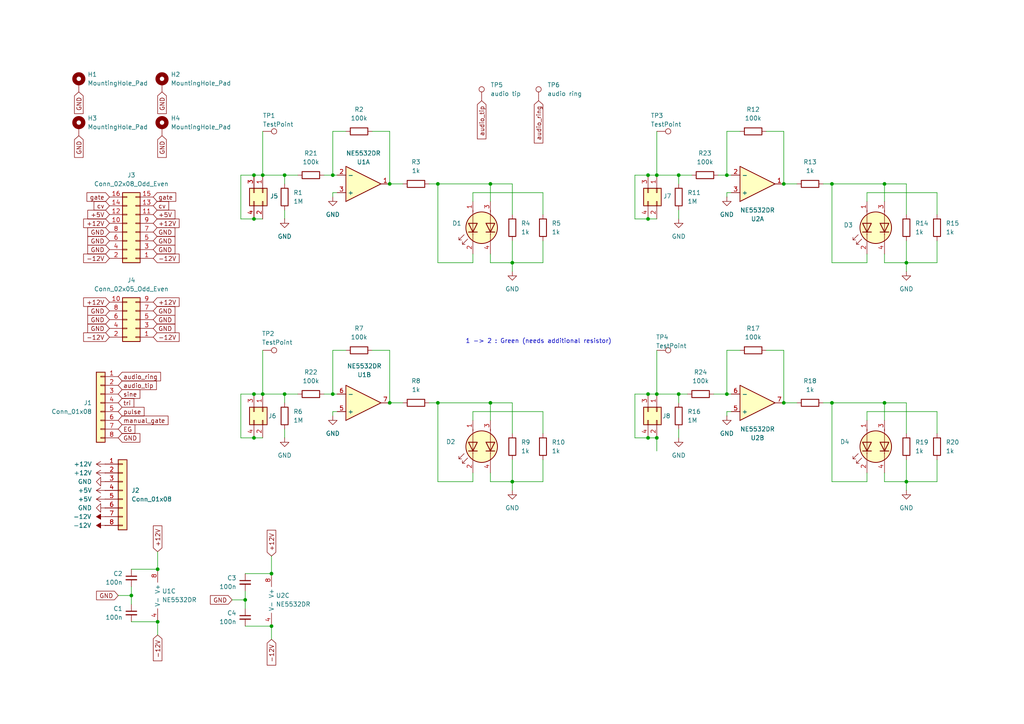
<source format=kicad_sch>
(kicad_sch (version 20231120) (generator "eeschema") (generator_version "8.0")
  (paper "A4")
  (title_block (title "Robal") (date "2025-01-05") (rev "A") (company "https://github.com/nietaki") (comment 1 "debugging extension board"))
  (lib_symbols
    (symbol "Connector:TestPoint" (pin_numbers hide) (pin_names (offset 0.762) hide)
      (property "Reference" "TP" (at 0 6.858 0))
      (property "Value" "TestPoint" (at 0 5.08 0))
      (symbol "TestPoint_1_1"
        (pin passive line (at 0 0 90) (length 2.54) (name "1") (number "1"))
      )
    )
    (symbol "Connector_Generic:Conn_01x08" (pin_names (offset 1.016) hide)
      (property "Reference" "J" (at 0 10.16 0))
      (property "Value" "Conn_01x08" (at 0 -12.7 0))
      (symbol "Conn_01x08_1_1"
        (pin passive line (at -5.08 7.62 0) (length 3.81) (name "Pin_1") (number "1"))
        (pin passive line (at -5.08 5.08 0) (length 3.81) (name "Pin_2") (number "2"))
        (pin passive line (at -5.08 2.54 0) (length 3.81) (name "Pin_3") (number "3"))
        (pin passive line (at -5.08 0 0) (length 3.81) (name "Pin_4") (number "4"))
        (pin passive line (at -5.08 -2.54 0) (length 3.81) (name "Pin_5") (number "5"))
        (pin passive line (at -5.08 -5.08 0) (length 3.81) (name "Pin_6") (number "6"))
        (pin passive line (at -5.08 -7.62 0) (length 3.81) (name "Pin_7") (number "7"))
        (pin passive line (at -5.08 -10.16 0) (length 3.81) (name "Pin_8") (number "8"))
      )
    )
    (symbol "Connector_Generic:Conn_02x02_Odd_Even" (pin_names (offset 1.016) hide)
      (property "Reference" "J" (at 1.27 2.54 0))
      (property "Value" "Conn_02x02_Odd_Even" (at 1.27 -5.08 0))
      (symbol "Conn_02x02_Odd_Even_1_1"
        (pin passive line (at -5.08 0 0) (length 3.81) (name "Pin_1") (number "1"))
        (pin passive line (at 7.62 0 180) (length 3.81) (name "Pin_2") (number "2"))
        (pin passive line (at -5.08 -2.54 0) (length 3.81) (name "Pin_3") (number "3"))
        (pin passive line (at 7.62 -2.54 180) (length 3.81) (name "Pin_4") (number "4"))
      )
    )
    (symbol "Connector_Generic:Conn_02x05_Odd_Even" (pin_names (offset 1.016) hide)
      (property "Reference" "J" (at 1.27 7.62 0))
      (property "Value" "Conn_02x05_Odd_Even" (at 1.27 -7.62 0))
      (symbol "Conn_02x05_Odd_Even_1_1"
        (pin passive line (at -5.08 5.08 0) (length 3.81) (name "Pin_1") (number "1"))
        (pin passive line (at 7.62 -5.08 180) (length 3.81) (name "Pin_10") (number "10"))
        (pin passive line (at 7.62 5.08 180) (length 3.81) (name "Pin_2") (number "2"))
        (pin passive line (at -5.08 2.54 0) (length 3.81) (name "Pin_3") (number "3"))
        (pin passive line (at 7.62 2.54 180) (length 3.81) (name "Pin_4") (number "4"))
        (pin passive line (at -5.08 0 0) (length 3.81) (name "Pin_5") (number "5"))
        (pin passive line (at 7.62 0 180) (length 3.81) (name "Pin_6") (number "6"))
        (pin passive line (at -5.08 -2.54 0) (length 3.81) (name "Pin_7") (number "7"))
        (pin passive line (at 7.62 -2.54 180) (length 3.81) (name "Pin_8") (number "8"))
        (pin passive line (at -5.08 -5.08 0) (length 3.81) (name "Pin_9") (number "9"))
      )
    )
    (symbol "Connector_Generic:Conn_02x08_Odd_Even" (pin_names (offset 1.016) hide)
      (property "Reference" "J" (at 1.27 10.16 0))
      (property "Value" "Conn_02x08_Odd_Even" (at 1.27 -12.7 0))
      (symbol "Conn_02x08_Odd_Even_1_1"
        (pin passive line (at -5.08 7.62 0) (length 3.81) (name "Pin_1") (number "1"))
        (pin passive line (at 7.62 -2.54 180) (length 3.81) (name "Pin_10") (number "10"))
        (pin passive line (at -5.08 -5.08 0) (length 3.81) (name "Pin_11") (number "11"))
        (pin passive line (at 7.62 -5.08 180) (length 3.81) (name "Pin_12") (number "12"))
        (pin passive line (at -5.08 -7.62 0) (length 3.81) (name "Pin_13") (number "13"))
        (pin passive line (at 7.62 -7.62 180) (length 3.81) (name "Pin_14") (number "14"))
        (pin passive line (at -5.08 -10.16 0) (length 3.81) (name "Pin_15") (number "15"))
        (pin passive line (at 7.62 -10.16 180) (length 3.81) (name "Pin_16") (number "16"))
        (pin passive line (at 7.62 7.62 180) (length 3.81) (name "Pin_2") (number "2"))
        (pin passive line (at -5.08 5.08 0) (length 3.81) (name "Pin_3") (number "3"))
        (pin passive line (at 7.62 5.08 180) (length 3.81) (name "Pin_4") (number "4"))
        (pin passive line (at -5.08 2.54 0) (length 3.81) (name "Pin_5") (number "5"))
        (pin passive line (at 7.62 2.54 180) (length 3.81) (name "Pin_6") (number "6"))
        (pin passive line (at -5.08 0 0) (length 3.81) (name "Pin_7") (number "7"))
        (pin passive line (at 7.62 0 180) (length 3.81) (name "Pin_8") (number "8"))
        (pin passive line (at -5.08 -2.54 0) (length 3.81) (name "Pin_9") (number "9"))
      )
    )
    (symbol "Device:C_Small" (pin_numbers hide) (pin_names (offset 0.254) hide)
      (property "Reference" "C" (at 0.254 1.778 0))
      (property "Value" "C_Small" (at 0.254 -2.032 0))
      (symbol "C_Small_1_1"
        (pin passive line (at 0 2.54 270) (length 2.032) (name "~") (number "1"))
        (pin passive line (at 0 -2.54 90) (length 2.032) (name "~") (number "2"))
      )
    )
    (symbol "Device:LED_Dual_AKAK" (pin_names (offset 0) hide)
      (property "Reference" "D" (at 0 5.715 0))
      (property "Value" "LED_Dual_AKAK" (at 0 -6.35 0))
      (symbol "LED_Dual_AKAK_1_1"
        (pin input line (at -7.62 2.54 0) (length 3.048) (name "A1") (number "1"))
        (pin input line (at 7.62 2.54 180) (length 3.81) (name "K1") (number "2"))
        (pin input line (at -7.62 -2.54 0) (length 3.048) (name "A2") (number "3"))
        (pin input line (at 7.62 -2.54 180) (length 3.81) (name "K2") (number "4"))
      )
    )
    (symbol "Device:Opamp_Dual"
      (property "Reference" "U" (at 0 5.08 0))
      (property "Value" "Opamp_Dual" (at 0 -5.08 0))
      (symbol "Opamp_Dual_1_1"
        (pin output line (at 7.62 0 180) (length 2.54) (name "~") (number "1"))
        (pin input line (at -7.62 -2.54 0) (length 2.54) (name "-") (number "2"))
        (pin input line (at -7.62 2.54 0) (length 2.54) (name "+") (number "3"))
      )
      (symbol "Opamp_Dual_2_1"
        (pin input line (at -7.62 2.54 0) (length 2.54) (name "+") (number "5"))
        (pin input line (at -7.62 -2.54 0) (length 2.54) (name "-") (number "6"))
        (pin output line (at 7.62 0 180) (length 2.54) (name "~") (number "7"))
      )
      (symbol "Opamp_Dual_3_1"
        (pin power_in line (at -2.54 -7.62 90) (length 3.81) (name "V-") (number "4"))
        (pin power_in line (at -2.54 7.62 270) (length 3.81) (name "V+") (number "8"))
      )
    )
    (symbol "Device:R" (pin_numbers hide) (pin_names (offset 0))
      (property "Reference" "R" (at 2.032 0 90))
      (property "Value" "R" (at 0 0 90))
      (symbol "R_1_1"
        (pin passive line (at 0 3.81 270) (length 1.27) (name "~") (number "1"))
        (pin passive line (at 0 -3.81 90) (length 1.27) (name "~") (number "2"))
      )
    )
    (symbol "Mechanical:MountingHole_Pad" (pin_numbers hide) (pin_names (offset 1.016) hide) (exclude_from_sim yes) (in_bom no)
      (property "Reference" "H" (at 0 6.35 0))
      (property "Value" "MountingHole_Pad" (at 0 4.445 0))
      (symbol "MountingHole_Pad_1_1"
        (pin input line (at 0 -2.54 90) (length 2.54) (name "1") (number "1"))
      )
    )
    (symbol "power:+12V" (power) (pin_numbers hide) (pin_names (offset 0) hide)
      (property "Value" "+12V" (at 0 3.556 0))
      (symbol "+12V_1_1"
        (pin power_in line (at 0 0 90) (length 0) (name "~") (number "1"))
      )
    )
    (symbol "power:+5V" (power) (pin_numbers hide) (pin_names (offset 0) hide)
      (property "Value" "+5V" (at 0 3.556 0))
      (symbol "+5V_1_1"
        (pin power_in line (at 0 0 90) (length 0) (name "~") (number "1"))
      )
    )
    (symbol "power:-12V" (power) (pin_numbers hide) (pin_names (offset 0) hide)
      (property "Value" "-12V" (at 0 3.556 0))
      (symbol "-12V_0_0"
        (pin power_in line (at 0 0 90) (length 0) (name "~") (number "1"))
      )
    )
    (symbol "power:GND" (power) (pin_numbers hide) (pin_names (offset 0) hide)
      (property "Value" "GND" (at 0 -3.81 0))
      (symbol "GND_1_1"
        (pin power_in line (at 0 0 270) (length 0) (name "~") (number "1"))
      )
    )
  )
  (junction (at 241.3 116.84))
  (junction (at 78.74 166.37))
  (junction (at 262.89 76.2))
  (junction (at 45.72 180.34))
  (junction (at 227.33 116.84))
  (junction (at 210.82 114.3))
  (junction (at 187.96 114.3))
  (junction (at 241.3 53.34))
  (junction (at 82.55 50.8))
  (junction (at 256.54 53.34))
  (junction (at 227.33 53.34))
  (junction (at 71.12 173.99))
  (junction (at 127 53.34))
  (junction (at 210.82 50.8))
  (junction (at 96.52 114.3))
  (junction (at 262.89 139.7))
  (junction (at 78.74 181.61))
  (junction (at 196.85 114.3))
  (junction (at 73.66 127))
  (junction (at 38.1 172.72))
  (junction (at 45.72 165.1))
  (junction (at 113.03 116.84))
  (junction (at 73.66 63.5))
  (junction (at 73.66 114.3))
  (junction (at 187.96 50.8))
  (junction (at 142.24 116.84))
  (junction (at 256.54 116.84))
  (junction (at 82.55 114.3))
  (junction (at 190.5 50.8))
  (junction (at 73.66 50.8))
  (junction (at 190.5 114.3))
  (junction (at 127 116.84))
  (junction (at 190.5 127))
  (junction (at 76.2 50.8))
  (junction (at 148.59 76.2))
  (junction (at 76.2 114.3))
  (junction (at 142.24 53.34))
  (junction (at 187.96 63.5))
  (junction (at 96.52 50.8))
  (junction (at 196.85 50.8))
  (junction (at 148.59 139.7))
  (junction (at 113.03 53.34))
  (junction (at 187.96 127))
  (wire (pts (xy 190.5 101.6) (xy 190.5 114.3)))
  (wire (pts (xy 137.16 55.88) (xy 157.48 55.88)))
  (wire (pts (xy 82.55 50.8) (xy 86.36 50.8)))
  (wire (pts (xy 222.25 38.1) (xy 227.33 38.1)))
  (wire (pts (xy 241.3 53.34) (xy 241.3 76.2)))
  (wire (pts (xy 137.16 76.2) (xy 137.16 73.66)))
  (wire (pts (xy 142.24 73.66) (xy 142.24 76.2)))
  (wire (pts (xy 96.52 50.8) (xy 97.79 50.8)))
  (wire (pts (xy 157.48 133.35) (xy 157.48 139.7)))
  (wire (pts (xy 190.5 127) (xy 190.5 130.81)))
  (wire (pts (xy 256.54 116.84) (xy 262.89 116.84)))
  (wire (pts (xy 82.55 50.8) (xy 82.55 53.34)))
  (wire (pts (xy 148.59 76.2) (xy 157.48 76.2)))
  (wire (pts (xy 271.78 55.88) (xy 271.78 62.23)))
  (wire (pts (xy 271.78 133.35) (xy 271.78 139.7)))
  (wire (pts (xy 78.74 161.29) (xy 78.74 166.37)))
  (wire (pts (xy 148.59 69.85) (xy 148.59 76.2)))
  (wire (pts (xy 142.24 116.84) (xy 148.59 116.84)))
  (wire (pts (xy 38.1 175.26) (xy 38.1 172.72)))
  (wire (pts (xy 127 53.34) (xy 142.24 53.34)))
  (wire (pts (xy 262.89 53.34) (xy 262.89 62.23)))
  (wire (pts (xy 82.55 114.3) (xy 82.55 116.84)))
  (wire (pts (xy 71.12 176.53) (xy 71.12 173.99)))
  (wire (pts (xy 262.89 69.85) (xy 262.89 76.2)))
  (wire (pts (xy 157.48 69.85) (xy 157.48 76.2)))
  (wire (pts (xy 142.24 139.7) (xy 148.59 139.7)))
  (wire (pts (xy 69.85 50.8) (xy 69.85 63.5)))
  (wire (pts (xy 97.79 55.88) (xy 96.52 55.88)))
  (wire (pts (xy 241.3 116.84) (xy 241.3 139.7)))
  (wire (pts (xy 187.96 114.3) (xy 184.15 114.3)))
  (wire (pts (xy 76.2 101.6) (xy 76.2 114.3)))
  (wire (pts (xy 97.79 119.38) (xy 96.52 119.38)))
  (wire (pts (xy 45.72 180.34) (xy 45.72 184.15)))
  (wire (pts (xy 256.54 76.2) (xy 262.89 76.2)))
  (wire (pts (xy 227.33 53.34) (xy 227.33 38.1)))
  (wire (pts (xy 73.66 63.5) (xy 69.85 63.5)))
  (wire (pts (xy 190.5 114.3) (xy 196.85 114.3)))
  (wire (pts (xy 127 53.34) (xy 127 76.2)))
  (wire (pts (xy 262.89 76.2) (xy 262.89 78.74)))
  (wire (pts (xy 190.5 50.8) (xy 196.85 50.8)))
  (wire (pts (xy 241.3 76.2) (xy 251.46 76.2)))
  (wire (pts (xy 262.89 139.7) (xy 262.89 142.24)))
  (wire (pts (xy 96.52 114.3) (xy 97.79 114.3)))
  (wire (pts (xy 96.52 101.6) (xy 96.52 114.3)))
  (wire (pts (xy 38.1 165.1) (xy 45.72 165.1)))
  (wire (pts (xy 71.12 171.45) (xy 71.12 173.99)))
  (wire (pts (xy 113.03 53.34) (xy 113.03 38.1)))
  (wire (pts (xy 210.82 101.6) (xy 210.82 114.3)))
  (wire (pts (xy 148.59 139.7) (xy 157.48 139.7)))
  (wire (pts (xy 222.25 101.6) (xy 227.33 101.6)))
  (wire (pts (xy 207.01 114.3) (xy 210.82 114.3)))
  (wire (pts (xy 127 116.84) (xy 127 139.7)))
  (wire (pts (xy 71.12 181.61) (xy 78.74 181.61)))
  (wire (pts (xy 148.59 76.2) (xy 148.59 78.74)))
  (wire (pts (xy 196.85 114.3) (xy 196.85 116.84)))
  (wire (pts (xy 208.28 50.8) (xy 210.82 50.8)))
  (wire (pts (xy 262.89 116.84) (xy 262.89 125.73)))
  (wire (pts (xy 113.03 116.84) (xy 113.03 101.6)))
  (wire (pts (xy 69.85 114.3) (xy 69.85 127)))
  (wire (pts (xy 251.46 55.88) (xy 271.78 55.88)))
  (wire (pts (xy 196.85 114.3) (xy 199.39 114.3)))
  (wire (pts (xy 210.82 38.1) (xy 210.82 50.8)))
  (wire (pts (xy 187.96 50.8) (xy 184.15 50.8)))
  (wire (pts (xy 73.66 127) (xy 69.85 127)))
  (wire (pts (xy 187.96 114.3) (xy 190.5 114.3)))
  (wire (pts (xy 76.2 38.1) (xy 76.2 50.8)))
  (wire (pts (xy 76.2 63.5) (xy 73.66 63.5)))
  (wire (pts (xy 271.78 119.38) (xy 271.78 125.73)))
  (wire (pts (xy 137.16 121.92) (xy 137.16 119.38)))
  (wire (pts (xy 241.3 139.7) (xy 251.46 139.7)))
  (wire (pts (xy 212.09 55.88) (xy 210.82 55.88)))
  (wire (pts (xy 142.24 137.16) (xy 142.24 139.7)))
  (wire (pts (xy 212.09 119.38) (xy 210.82 119.38)))
  (wire (pts (xy 148.59 133.35) (xy 148.59 139.7)))
  (wire (pts (xy 256.54 53.34) (xy 262.89 53.34)))
  (wire (pts (xy 142.24 76.2) (xy 148.59 76.2)))
  (wire (pts (xy 137.16 119.38) (xy 157.48 119.38)))
  (wire (pts (xy 227.33 116.84) (xy 231.14 116.84)))
  (wire (pts (xy 214.63 101.6) (xy 210.82 101.6)))
  (wire (pts (xy 227.33 53.34) (xy 231.14 53.34)))
  (wire (pts (xy 210.82 50.8) (xy 212.09 50.8)))
  (wire (pts (xy 187.96 127) (xy 190.5 127)))
  (wire (pts (xy 96.52 38.1) (xy 96.52 50.8)))
  (wire (pts (xy 251.46 58.42) (xy 251.46 55.88)))
  (wire (pts (xy 148.59 139.7) (xy 148.59 142.24)))
  (wire (pts (xy 76.2 114.3) (xy 73.66 114.3)))
  (wire (pts (xy 238.76 53.34) (xy 241.3 53.34)))
  (wire (pts (xy 214.63 38.1) (xy 210.82 38.1)))
  (wire (pts (xy 251.46 76.2) (xy 251.46 73.66)))
  (wire (pts (xy 271.78 69.85) (xy 271.78 76.2)))
  (wire (pts (xy 124.46 53.34) (xy 127 53.34)))
  (wire (pts (xy 142.24 116.84) (xy 142.24 121.92)))
  (wire (pts (xy 76.2 50.8) (xy 73.66 50.8)))
  (wire (pts (xy 190.5 38.1) (xy 190.5 50.8)))
  (wire (pts (xy 93.98 114.3) (xy 96.52 114.3)))
  (wire (pts (xy 107.95 101.6) (xy 113.03 101.6)))
  (wire (pts (xy 256.54 137.16) (xy 256.54 139.7)))
  (wire (pts (xy 196.85 60.96) (xy 196.85 63.5)))
  (wire (pts (xy 142.24 53.34) (xy 142.24 58.42)))
  (wire (pts (xy 73.66 50.8) (xy 69.85 50.8)))
  (wire (pts (xy 45.72 160.02) (xy 45.72 165.1)))
  (wire (pts (xy 210.82 119.38) (xy 210.82 120.65)))
  (wire (pts (xy 184.15 50.8) (xy 184.15 63.5)))
  (wire (pts (xy 142.24 53.34) (xy 148.59 53.34)))
  (wire (pts (xy 82.55 60.96) (xy 82.55 63.5)))
  (wire (pts (xy 190.5 63.5) (xy 187.96 63.5)))
  (wire (pts (xy 196.85 50.8) (xy 196.85 53.34)))
  (wire (pts (xy 113.03 53.34) (xy 116.84 53.34)))
  (wire (pts (xy 262.89 76.2) (xy 271.78 76.2)))
  (wire (pts (xy 76.2 50.8) (xy 82.55 50.8)))
  (wire (pts (xy 184.15 114.3) (xy 184.15 127)))
  (wire (pts (xy 78.74 181.61) (xy 78.74 185.42)))
  (wire (pts (xy 71.12 166.37) (xy 78.74 166.37)))
  (wire (pts (xy 157.48 55.88) (xy 157.48 62.23)))
  (wire (pts (xy 137.16 139.7) (xy 137.16 137.16)))
  (wire (pts (xy 262.89 133.35) (xy 262.89 139.7)))
  (wire (pts (xy 251.46 121.92) (xy 251.46 119.38)))
  (wire (pts (xy 148.59 53.34) (xy 148.59 62.23)))
  (wire (pts (xy 256.54 73.66) (xy 256.54 76.2)))
  (wire (pts (xy 137.16 58.42) (xy 137.16 55.88)))
  (wire (pts (xy 93.98 50.8) (xy 96.52 50.8)))
  (wire (pts (xy 241.3 116.84) (xy 256.54 116.84)))
  (wire (pts (xy 251.46 119.38) (xy 271.78 119.38)))
  (wire (pts (xy 210.82 114.3) (xy 212.09 114.3)))
  (wire (pts (xy 124.46 116.84) (xy 127 116.84)))
  (wire (pts (xy 76.2 127) (xy 73.66 127)))
  (wire (pts (xy 34.29 172.72) (xy 38.1 172.72)))
  (wire (pts (xy 256.54 139.7) (xy 262.89 139.7)))
  (wire (pts (xy 196.85 124.46) (xy 196.85 127)))
  (wire (pts (xy 256.54 116.84) (xy 256.54 121.92)))
  (wire (pts (xy 256.54 53.34) (xy 256.54 58.42)))
  (wire (pts (xy 96.52 119.38) (xy 96.52 120.65)))
  (wire (pts (xy 127 116.84) (xy 142.24 116.84)))
  (wire (pts (xy 38.1 180.34) (xy 45.72 180.34)))
  (wire (pts (xy 262.89 139.7) (xy 271.78 139.7)))
  (wire (pts (xy 107.95 38.1) (xy 113.03 38.1)))
  (wire (pts (xy 187.96 127) (xy 184.15 127)))
  (wire (pts (xy 157.48 119.38) (xy 157.48 125.73)))
  (wire (pts (xy 241.3 53.34) (xy 256.54 53.34)))
  (wire (pts (xy 96.52 55.88) (xy 96.52 57.15)))
  (wire (pts (xy 190.5 50.8) (xy 187.96 50.8)))
  (wire (pts (xy 100.33 38.1) (xy 96.52 38.1)))
  (wire (pts (xy 227.33 116.84) (xy 227.33 101.6)))
  (wire (pts (xy 127 76.2) (xy 137.16 76.2)))
  (wire (pts (xy 82.55 114.3) (xy 86.36 114.3)))
  (wire (pts (xy 76.2 114.3) (xy 82.55 114.3)))
  (wire (pts (xy 187.96 63.5) (xy 184.15 63.5)))
  (wire (pts (xy 113.03 116.84) (xy 116.84 116.84)))
  (wire (pts (xy 100.33 101.6) (xy 96.52 101.6)))
  (wire (pts (xy 73.66 114.3) (xy 69.85 114.3)))
  (wire (pts (xy 148.59 116.84) (xy 148.59 125.73)))
  (wire (pts (xy 196.85 50.8) (xy 200.66 50.8)))
  (wire (pts (xy 238.76 116.84) (xy 241.3 116.84)))
  (wire (pts (xy 210.82 55.88) (xy 210.82 57.15)))
  (wire (pts (xy 82.55 124.46) (xy 82.55 127)))
  (wire (pts (xy 251.46 139.7) (xy 251.46 137.16)))
  (wire (pts (xy 127 139.7) (xy 137.16 139.7)))
  (wire (pts (xy 38.1 170.18) (xy 38.1 172.72)))
  (wire (pts (xy 67.31 173.99) (xy 71.12 173.99)))
  (text "1 -> 2 : Green (needs additional resistor)" (at 156.21 99.06 0) (effects (font (size 1.27 1.27))))
  (global_label "GND" (shape input) (at 46.99 26.67 270) (property "Intersheetrefs" "${INTERSHEET_REFS}" (effects (hide yes))))
  (global_label "-12V" (shape input) (at 44.45 97.79 0) (property "Intersheetrefs" "${INTERSHEET_REFS}" (effects (hide yes))))
  (global_label "gate" (shape input) (at 31.75 57.15 180) (property "Intersheetrefs" "${INTERSHEET_REFS}" (effects (hide yes))))
  (global_label "GND" (shape input) (at 34.29 127 0) (property "Intersheetrefs" "${INTERSHEET_REFS}" (effects (hide yes))))
  (global_label "GND" (shape input) (at 22.86 26.67 270) (property "Intersheetrefs" "${INTERSHEET_REFS}" (effects (hide yes))))
  (global_label "GND" (shape input) (at 31.75 72.39 180) (property "Intersheetrefs" "${INTERSHEET_REFS}" (effects (hide yes))))
  (global_label "audio_tip" (shape input) (at 34.29 111.76 0) (property "Intersheetrefs" "${INTERSHEET_REFS}" (effects (hide yes))))
  (global_label "GND" (shape input) (at 44.45 67.31 0) (property "Intersheetrefs" "${INTERSHEET_REFS}" (effects (hide yes))))
  (global_label "GND" (shape input) (at 46.99 39.37 270) (property "Intersheetrefs" "${INTERSHEET_REFS}" (effects (hide yes))))
  (global_label "sine" (shape input) (at 34.29 114.3 0) (property "Intersheetrefs" "${INTERSHEET_REFS}" (effects (hide yes))))
  (global_label "+12V" (shape input) (at 44.45 87.63 0) (property "Intersheetrefs" "${INTERSHEET_REFS}" (effects (hide yes))))
  (global_label "+12V" (shape input) (at 31.75 64.77 180) (property "Intersheetrefs" "${INTERSHEET_REFS}" (effects (hide yes))))
  (global_label "GND" (shape input) (at 31.75 67.31 180) (property "Intersheetrefs" "${INTERSHEET_REFS}" (effects (hide yes))))
  (global_label "-12V" (shape input) (at 44.45 74.93 0) (property "Intersheetrefs" "${INTERSHEET_REFS}" (effects (hide yes))))
  (global_label "GND" (shape input) (at 31.75 92.71 180) (property "Intersheetrefs" "${INTERSHEET_REFS}" (effects (hide yes))))
  (global_label "-12V" (shape input) (at 78.74 185.42 270) (property "Intersheetrefs" "${INTERSHEET_REFS}" (effects (hide yes))))
  (global_label "EG" (shape input) (at 34.29 124.46 0) (property "Intersheetrefs" "${INTERSHEET_REFS}" (effects (hide yes))))
  (global_label "pulse" (shape input) (at 34.29 119.38 0) (property "Intersheetrefs" "${INTERSHEET_REFS}" (effects (hide yes))))
  (global_label "gate" (shape input) (at 44.45 57.15 0) (property "Intersheetrefs" "${INTERSHEET_REFS}" (effects (hide yes))))
  (global_label "-12V" (shape input) (at 31.75 97.79 180) (property "Intersheetrefs" "${INTERSHEET_REFS}" (effects (hide yes))))
  (global_label "GND" (shape input) (at 44.45 72.39 0) (property "Intersheetrefs" "${INTERSHEET_REFS}" (effects (hide yes))))
  (global_label "cv" (shape input) (at 44.45 59.69 0) (property "Intersheetrefs" "${INTERSHEET_REFS}" (effects (hide yes))))
  (global_label "cv" (shape input) (at 31.75 59.69 180) (property "Intersheetrefs" "${INTERSHEET_REFS}" (effects (hide yes))))
  (global_label "GND" (shape input) (at 44.45 90.17 0) (property "Intersheetrefs" "${INTERSHEET_REFS}" (effects (hide yes))))
  (global_label "GND" (shape input) (at 67.31 173.99 180) (property "Intersheetrefs" "${INTERSHEET_REFS}" (effects (hide yes))))
  (global_label "+12V" (shape input) (at 31.75 87.63 180) (property "Intersheetrefs" "${INTERSHEET_REFS}" (effects (hide yes))))
  (global_label "GND" (shape input) (at 22.86 39.37 270) (property "Intersheetrefs" "${INTERSHEET_REFS}" (effects (hide yes))))
  (global_label "GND" (shape input) (at 31.75 69.85 180) (property "Intersheetrefs" "${INTERSHEET_REFS}" (effects (hide yes))))
  (global_label "tri" (shape input) (at 34.29 116.84 0) (property "Intersheetrefs" "${INTERSHEET_REFS}" (effects (hide yes))))
  (global_label "+12V" (shape input) (at 44.45 64.77 0) (property "Intersheetrefs" "${INTERSHEET_REFS}" (effects (hide yes))))
  (global_label "GND" (shape input) (at 34.29 172.72 180) (property "Intersheetrefs" "${INTERSHEET_REFS}" (effects (hide yes))))
  (global_label "manual_gate" (shape input) (at 34.29 121.92 0) (property "Intersheetrefs" "${INTERSHEET_REFS}" (effects (hide yes))))
  (global_label "-12V" (shape input) (at 45.72 184.15 270) (property "Intersheetrefs" "${INTERSHEET_REFS}" (effects (hide yes))))
  (global_label "-12V" (shape input) (at 31.75 74.93 180) (property "Intersheetrefs" "${INTERSHEET_REFS}" (effects (hide yes))))
  (global_label "GND" (shape input) (at 31.75 90.17 180) (property "Intersheetrefs" "${INTERSHEET_REFS}" (effects (hide yes))))
  (global_label "+5V" (shape input) (at 44.45 62.23 0) (property "Intersheetrefs" "${INTERSHEET_REFS}" (effects (hide yes))))
  (global_label "+5V" (shape input) (at 31.75 62.23 180) (property "Intersheetrefs" "${INTERSHEET_REFS}" (effects (hide yes))))
  (global_label "audio_ring" (shape input) (at 34.29 109.22 0) (property "Intersheetrefs" "${INTERSHEET_REFS}" (effects (hide yes))))
  (global_label "+12V" (shape input) (at 78.74 161.29 90) (property "Intersheetrefs" "${INTERSHEET_REFS}" (effects (hide yes))))
  (global_label "+12V" (shape input) (at 45.72 160.02 90) (property "Intersheetrefs" "${INTERSHEET_REFS}" (effects (hide yes))))
  (global_label "audio_tip" (shape input) (at 139.7 29.21 270) (property "Intersheetrefs" "${INTERSHEET_REFS}" (effects (hide yes))))
  (global_label "GND" (shape input) (at 31.75 95.25 180) (property "Intersheetrefs" "${INTERSHEET_REFS}" (effects (hide yes))))
  (global_label "GND" (shape input) (at 44.45 95.25 0) (property "Intersheetrefs" "${INTERSHEET_REFS}" (effects (hide yes))))
  (global_label "GND" (shape input) (at 44.45 69.85 0) (property "Intersheetrefs" "${INTERSHEET_REFS}" (effects (hide yes))))
  (global_label "GND" (shape input) (at 44.45 92.71 0) (property "Intersheetrefs" "${INTERSHEET_REFS}" (effects (hide yes))))
  (global_label "audio_ring" (shape input) (at 156.21 29.21 270) (property "Intersheetrefs" "${INTERSHEET_REFS}" (effects (hide yes))))
  (symbol (lib_id "Mechanical:MountingHole_Pad") (at 22.86 24.13 0) (unit 1) (exclude_from_sim yes) (in_bom no)
    (property "Reference" "H1" (at 25.4 21.5899 0) (effects (justify left)))
    (property "Value" "MountingHole_Pad" (at 25.4 24.1299 0) (effects (justify left)))
    (property "Footprint" "MountingHole:MountingHole_3.5mm_Pad_TopBottom" (effects (hide yes)))
    (property "Description" "Mounting Hole with connection" (effects (hide yes)))
  )
  (symbol (lib_id "Connector_Generic:Conn_02x02_Odd_Even") (at 76.2 55.88 270) (unit 1)
    (property "Reference" "J5" (at 79.502 56.896 90))
    (property "Value" "Conn_02x02_Odd_Even" (effects (hide yes)))
    (property "Footprint" "Connector_PinSocket_2.54mm:PinSocket_2x02_P2.54mm_Vertical" (effects (hide yes)))
    (property "Description" "Generic connector, double row, 02x02, odd/even pin numbering scheme (row 1 odd numbers, row 2 even numbers), script generated (kicad-library-utils/schlib/autogen/connector/)" (effects (hide yes)))
  )
  (symbol (lib_id "Mechanical:MountingHole_Pad") (at 46.99 24.13 0) (unit 1) (exclude_from_sim yes) (in_bom no)
    (property "Reference" "H2" (at 49.53 21.5899 0) (effects (justify left)))
    (property "Value" "MountingHole_Pad" (at 49.53 24.1299 0) (effects (justify left)))
    (property "Footprint" "MountingHole:MountingHole_3.5mm_Pad_TopBottom" (effects (hide yes)))
    (property "Description" "Mounting Hole with connection" (effects (hide yes)))
  )
  (symbol (lib_id "Connector:TestPoint") (at 190.5 38.1 270) (unit 1)
    (property "Reference" "TP3" (at 188.722 33.528 90) (effects (justify left)))
    (property "Value" "TestPoint" (at 188.722 36.068 90) (effects (justify left)))
    (property "Footprint" "TestPoint:TestPoint_Loop_D3.50mm_Drill1.4mm_Beaded" (effects (hide yes)))
    (property "Description" "test point" (effects (hide yes)))
  )
  (symbol (lib_id "Connector_Generic:Conn_02x08_Odd_Even") (at 39.37 67.31 180) (unit 1)
    (property "Reference" "J3" (at 38.1 50.8 0))
    (property "Value" "Conn_02x08_Odd_Even" (at 38.1 53.34 0))
    (property "Footprint" "Connector_IDC:IDC-Header_2x08_P2.54mm_Vertical" (effects (hide yes)))
    (property "Description" "Generic connector, double row, 02x08, odd/even pin numbering scheme (row 1 odd numbers, row 2 even numbers), script generated (kicad-library-utils/schlib/autogen/connector/)" (effects (hide yes)))
  )
  (symbol (lib_id "power:GND") (at 96.52 57.15 0) (unit 1)
    (property "Reference" "#PWR09" (effects (hide yes)))
    (property "Value" "GND" (at 96.52 62.23 0))
    (property "Description" "Power symbol creates a global label with name \"GND\" , ground" (effects (hide yes)))
  )
  (symbol (lib_id "power:GND") (at 96.52 120.65 0) (unit 1)
    (property "Reference" "#PWR013" (effects (hide yes)))
    (property "Value" "GND" (at 96.52 125.73 0))
    (property "Description" "Power symbol creates a global label with name \"GND\" , ground" (effects (hide yes)))
  )
  (symbol (lib_id "Device:LED_Dual_AKAK") (at 139.7 66.04 90) (mirror x) (unit 1)
    (property "Reference" "D1" (at 133.858 64.77 90) (effects (justify left)))
    (property "Value" "LED_Dual_AKAK" (effects (hide yes)))
    (property "Footprint" "robal_footprints:E6C1209RVGC2UDA" (effects (hide yes)))
    (property "Description" "Dual LED, cathodes on pins 2 and 4" (effects (hide yes)))
    (property "LCSC PN" "C375560" (effects (hide yes)))
  )
  (symbol (lib_id "Device:R") (at 157.48 129.54 180) (unit 1)
    (property "Reference" "R10" (at 160.02 128.2699 0) (effects (justify right)))
    (property "Value" "1k" (at 160.02 130.8099 0) (effects (justify right)))
    (property "Footprint" "Resistor_SMD:R_0603_1608Metric" (effects (hide yes)))
    (property "Description" "Resistor" (effects (hide yes)))
    (property "LCSC PN" "C21190" (effects (hide yes)))
  )
  (symbol (lib_id "Device:R") (at 218.44 38.1 90) (unit 1)
    (property "Reference" "R12" (at 218.44 31.75 90))
    (property "Value" "100k" (at 218.44 34.29 90))
    (property "Footprint" "Resistor_SMD:R_0603_1608Metric" (effects (hide yes)))
    (property "Description" "Resistor" (effects (hide yes)))
    (property "LCSC PN" "C25803" (effects (hide yes)))
  )
  (symbol (lib_id "Device:R") (at 234.95 53.34 90) (unit 1)
    (property "Reference" "R13" (at 234.95 46.99 90))
    (property "Value" "1k" (at 234.95 49.53 90))
    (property "Footprint" "Resistor_SMD:R_0603_1608Metric" (effects (hide yes)))
    (property "Description" "Resistor" (effects (hide yes)))
    (property "LCSC PN" "C21190" (effects (hide yes)))
  )
  (symbol (lib_id "Connector_Generic:Conn_02x02_Odd_Even") (at 190.5 119.38 270) (unit 1)
    (property "Reference" "J8" (at 193.294 120.65 90))
    (property "Value" "Conn_02x02_Odd_Even" (effects (hide yes)))
    (property "Footprint" "Connector_PinSocket_2.54mm:PinSocket_2x02_P2.54mm_Vertical" (effects (hide yes)))
    (property "Description" "Generic connector, double row, 02x02, odd/even pin numbering scheme (row 1 odd numbers, row 2 even numbers), script generated (kicad-library-utils/schlib/autogen/connector/)" (effects (hide yes)))
  )
  (symbol (lib_id "Device:R") (at 262.89 129.54 180) (unit 1)
    (property "Reference" "R19" (at 265.43 128.2699 0) (effects (justify right)))
    (property "Value" "1k" (at 265.43 130.8099 0) (effects (justify right)))
    (property "Footprint" "Resistor_SMD:R_0603_1608Metric" (effects (hide yes)))
    (property "Description" "Resistor" (effects (hide yes)))
    (property "LCSC PN" "C21190" (effects (hide yes)))
  )
  (symbol (lib_id "Device:Opamp_Dual") (at 48.26 172.72 0) (unit 3)
    (property "Reference" "U1" (at 46.99 171.4499 0) (effects (justify left)))
    (property "Value" "NE5532DR" (at 46.99 173.9899 0) (effects (justify left)))
    (property "Footprint" "Package_SO:SOIC-8_3.9x4.9mm_P1.27mm" (effects (hide yes)))
    (property "Description" "Dual operational amplifier" (effects (hide yes)))
    (property "Sim.Library" "${KICAD7_SYMBOL_DIR}/Simulation_SPICE.sp" (effects (hide yes)))
    (property "Sim.Name" "kicad_builtin_opamp_dual" (effects (hide yes)))
    (property "Sim.Device" "SUBCKT" (effects (hide yes)))
    (property "Sim.Pins" "1=out1 2=in1- 3=in1+ 4=vee 5=in2+ 6=in2- 7=out2 8=vcc" (effects (hide yes)))
    (property "LCSC PN" "C7426" (effects (hide yes)))
  )
  (symbol (lib_id "Device:R") (at 104.14 101.6 90) (unit 1)
    (property "Reference" "R7" (at 104.14 95.25 90))
    (property "Value" "100k" (at 104.14 97.79 90))
    (property "Footprint" "Resistor_SMD:R_0603_1608Metric" (effects (hide yes)))
    (property "Description" "Resistor" (effects (hide yes)))
    (property "LCSC PN" "C25803" (effects (hide yes)))
  )
  (symbol (lib_id "Connector:TestPoint") (at 156.21 29.21 0) (unit 1)
    (property "Reference" "TP6" (at 158.75 24.6379 0) (effects (justify left)))
    (property "Value" "audio ring" (at 158.75 27.1779 0) (effects (justify left)))
    (property "Footprint" "TestPoint:TestPoint_Loop_D3.50mm_Drill1.4mm_Beaded" (effects (hide yes)))
    (property "Description" "test point" (effects (hide yes)))
  )
  (symbol (lib_id "Device:R") (at 196.85 120.65 0) (unit 1)
    (property "Reference" "R16" (at 199.39 119.3799 0) (effects (justify left)))
    (property "Value" "1M" (at 199.39 121.9199 0) (effects (justify left)))
    (property "Footprint" "Resistor_SMD:R_0603_1608Metric" (effects (hide yes)))
    (property "Description" "Resistor" (effects (hide yes)))
    (property "LCSC PN" "C22935" (effects (hide yes)))
  )
  (symbol (lib_id "Device:C_Small") (at 71.12 168.91 0) (mirror y) (unit 1)
    (property "Reference" "C3" (at 68.58 167.6462 0) (effects (justify left)))
    (property "Value" "100n" (at 68.58 170.1862 0) (effects (justify left)))
    (property "Footprint" "Capacitor_SMD:C_0603_1608Metric" (effects (hide yes)))
    (property "Description" "Unpolarized capacitor, small symbol" (effects (hide yes)))
    (property "LCSC PN" "C14663" (effects (hide yes)))
  )
  (symbol (lib_id "power:GND") (at 148.59 142.24 0) (unit 1)
    (property "Reference" "#PWR014" (effects (hide yes)))
    (property "Value" "GND" (at 148.59 147.32 0))
    (property "Description" "Power symbol creates a global label with name \"GND\" , ground" (effects (hide yes)))
  )
  (symbol (lib_id "Device:R") (at 90.17 50.8 90) (unit 1)
    (property "Reference" "R21" (at 90.17 44.45 90))
    (property "Value" "100k" (at 90.17 46.99 90))
    (property "Footprint" "Resistor_SMD:R_0603_1608Metric" (effects (hide yes)))
    (property "Description" "Resistor" (effects (hide yes)))
    (property "LCSC PN" "C25803" (effects (hide yes)))
  )
  (symbol (lib_id "Device:LED_Dual_AKAK") (at 139.7 129.54 90) (mirror x) (unit 1)
    (property "Reference" "D2" (at 132.08 128.1429 90) (effects (justify left)))
    (property "Value" "LED_Dual_AKAK" (effects (hide yes)))
    (property "Footprint" "robal_footprints:E6C1209RVGC2UDA" (effects (hide yes)))
    (property "Description" "Dual LED, cathodes on pins 2 and 4" (effects (hide yes)))
    (property "LCSC PN" "C375560" (effects (hide yes)))
  )
  (symbol (lib_id "power:GND") (at 82.55 63.5 0) (unit 1)
    (property "Reference" "#PWR010" (effects (hide yes)))
    (property "Value" "GND" (at 82.55 68.58 0))
    (property "Description" "Power symbol creates a global label with name \"GND\" , ground" (effects (hide yes)))
  )
  (symbol (lib_id "Connector_Generic:Conn_02x05_Odd_Even") (at 39.37 92.71 180) (unit 1)
    (property "Reference" "J4" (at 38.1 81.28 0))
    (property "Value" "Conn_02x05_Odd_Even" (at 38.1 83.82 0))
    (property "Footprint" "Connector_IDC:IDC-Header_2x05_P2.54mm_Vertical" (effects (hide yes)))
    (property "Description" "Generic connector, double row, 02x05, odd/even pin numbering scheme (row 1 odd numbers, row 2 even numbers), script generated (kicad-library-utils/schlib/autogen/connector/)" (effects (hide yes)))
  )
  (symbol (lib_id "Device:R") (at 104.14 38.1 90) (unit 1)
    (property "Reference" "R2" (at 104.14 31.75 90))
    (property "Value" "100k" (at 104.14 34.29 90))
    (property "Footprint" "Resistor_SMD:R_0603_1608Metric" (effects (hide yes)))
    (property "Description" "Resistor" (effects (hide yes)))
    (property "LCSC PN" "C25803" (effects (hide yes)))
  )
  (symbol (lib_id "Device:R") (at 271.78 66.04 180) (unit 1)
    (property "Reference" "R15" (at 274.32 64.7699 0) (effects (justify right)))
    (property "Value" "1k" (at 274.32 67.3099 0) (effects (justify right)))
    (property "Footprint" "Resistor_SMD:R_0603_1608Metric" (effects (hide yes)))
    (property "Description" "Resistor" (effects (hide yes)))
    (property "LCSC PN" "C21190" (effects (hide yes)))
  )
  (symbol (lib_id "power:-12V") (at 30.48 152.4 90) (unit 1)
    (property "Reference" "#PWR08" (effects (hide yes)))
    (property "Value" "-12V" (at 23.876 152.4 90))
    (property "Description" "Power symbol creates a global label with name \"-12V\"" (effects (hide yes)))
  )
  (symbol (lib_id "power:GND") (at 210.82 57.15 0) (unit 1)
    (property "Reference" "#PWR016" (effects (hide yes)))
    (property "Value" "GND" (at 210.82 62.23 0))
    (property "Description" "Power symbol creates a global label with name \"GND\" , ground" (effects (hide yes)))
  )
  (symbol (lib_id "Device:Opamp_Dual") (at 219.71 53.34 0) (mirror x) (unit 1)
    (property "Reference" "U2" (at 219.71 63.5 0))
    (property "Value" "NE5532DR" (at 219.71 60.96 0))
    (property "Footprint" "Package_SO:SOIC-8_3.9x4.9mm_P1.27mm" (effects (hide yes)))
    (property "Description" "Dual operational amplifier" (effects (hide yes)))
    (property "Sim.Library" "${KICAD7_SYMBOL_DIR}/Simulation_SPICE.sp" (effects (hide yes)))
    (property "Sim.Name" "kicad_builtin_opamp_dual" (effects (hide yes)))
    (property "Sim.Device" "SUBCKT" (effects (hide yes)))
    (property "Sim.Pins" "1=out1 2=in1- 3=in1+ 4=vee 5=in2+ 6=in2- 7=out2 8=vcc" (effects (hide yes)))
    (property "LCSC PN" "C7426" (effects (hide yes)))
  )
  (symbol (lib_id "Device:R") (at 82.55 57.15 0) (unit 1)
    (property "Reference" "R1" (at 85.09 55.8799 0) (effects (justify left)))
    (property "Value" "1M" (at 85.09 58.4199 0) (effects (justify left)))
    (property "Footprint" "Resistor_SMD:R_0603_1608Metric" (effects (hide yes)))
    (property "Description" "Resistor" (effects (hide yes)))
    (property "LCSC PN" "C22935" (effects (hide yes)))
  )
  (symbol (lib_id "Device:R") (at 196.85 57.15 0) (unit 1)
    (property "Reference" "R11" (at 199.39 55.8799 0) (effects (justify left)))
    (property "Value" "1M" (at 199.39 58.4199 0) (effects (justify left)))
    (property "Footprint" "Resistor_SMD:R_0603_1608Metric" (effects (hide yes)))
    (property "Description" "Resistor" (effects (hide yes)))
    (property "LCSC PN" "C22935" (effects (hide yes)))
  )
  (symbol (lib_id "power:+12V") (at 30.48 137.16 90) (unit 1)
    (property "Reference" "#PWR06" (effects (hide yes)))
    (property "Value" "+12V" (at 26.67 137.1599 90) (effects (justify left)))
    (property "Description" "Power symbol creates a global label with name \"+12V\"" (effects (hide yes)))
  )
  (symbol (lib_id "Device:R") (at 234.95 116.84 90) (unit 1)
    (property "Reference" "R18" (at 234.95 110.49 90))
    (property "Value" "1k" (at 234.95 113.03 90))
    (property "Footprint" "Resistor_SMD:R_0603_1608Metric" (effects (hide yes)))
    (property "Description" "Resistor" (effects (hide yes)))
    (property "LCSC PN" "C21190" (effects (hide yes)))
  )
  (symbol (lib_id "Device:Opamp_Dual") (at 219.71 116.84 0) (mirror x) (unit 2)
    (property "Reference" "U2" (at 219.71 127 0))
    (property "Value" "NE5532DR" (at 219.71 124.46 0))
    (property "Footprint" "Package_SO:SOIC-8_3.9x4.9mm_P1.27mm" (effects (hide yes)))
    (property "Description" "Dual operational amplifier" (effects (hide yes)))
    (property "Sim.Library" "${KICAD7_SYMBOL_DIR}/Simulation_SPICE.sp" (effects (hide yes)))
    (property "Sim.Name" "kicad_builtin_opamp_dual" (effects (hide yes)))
    (property "Sim.Device" "SUBCKT" (effects (hide yes)))
    (property "Sim.Pins" "1=out1 2=in1- 3=in1+ 4=vee 5=in2+ 6=in2- 7=out2 8=vcc" (effects (hide yes)))
    (property "LCSC PN" "C7426" (effects (hide yes)))
  )
  (symbol (lib_id "power:GND") (at 210.82 120.65 0) (unit 1)
    (property "Reference" "#PWR019" (effects (hide yes)))
    (property "Value" "GND" (at 210.82 125.73 0))
    (property "Description" "Power symbol creates a global label with name \"GND\" , ground" (effects (hide yes)))
  )
  (symbol (lib_id "Device:Opamp_Dual") (at 105.41 116.84 0) (mirror x) (unit 2)
    (property "Reference" "U1" (at 105.664 108.712 0))
    (property "Value" "NE5532DR" (at 105.664 106.172 0))
    (property "Footprint" "Package_SO:SOIC-8_3.9x4.9mm_P1.27mm" (effects (hide yes)))
    (property "Description" "Dual operational amplifier" (effects (hide yes)))
    (property "Sim.Library" "${KICAD7_SYMBOL_DIR}/Simulation_SPICE.sp" (effects (hide yes)))
    (property "Sim.Name" "kicad_builtin_opamp_dual" (effects (hide yes)))
    (property "Sim.Device" "SUBCKT" (effects (hide yes)))
    (property "Sim.Pins" "1=out1 2=in1- 3=in1+ 4=vee 5=in2+ 6=in2- 7=out2 8=vcc" (effects (hide yes)))
    (property "LCSC PN" "C7426" (effects (hide yes)))
  )
  (symbol (lib_id "power:+5V") (at 30.48 142.24 90) (unit 1)
    (property "Reference" "#PWR04" (effects (hide yes)))
    (property "Value" "+5V" (at 26.67 142.2399 90) (effects (justify left)))
    (property "Description" "Power symbol creates a global label with name \"+5V\"" (effects (hide yes)))
  )
  (symbol (lib_id "Device:Opamp_Dual") (at 81.28 173.99 0) (unit 3)
    (property "Reference" "U2" (at 80.01 172.7199 0) (effects (justify left)))
    (property "Value" "NE5532DR" (at 80.01 175.2599 0) (effects (justify left)))
    (property "Footprint" "Package_SO:SOIC-8_3.9x4.9mm_P1.27mm" (effects (hide yes)))
    (property "Description" "Dual operational amplifier" (effects (hide yes)))
    (property "Sim.Library" "${KICAD7_SYMBOL_DIR}/Simulation_SPICE.sp" (effects (hide yes)))
    (property "Sim.Name" "kicad_builtin_opamp_dual" (effects (hide yes)))
    (property "Sim.Device" "SUBCKT" (effects (hide yes)))
    (property "Sim.Pins" "1=out1 2=in1- 3=in1+ 4=vee 5=in2+ 6=in2- 7=out2 8=vcc" (effects (hide yes)))
    (property "LCSC PN" "C7426" (effects (hide yes)))
  )
  (symbol (lib_id "power:GND") (at 82.55 127 0) (unit 1)
    (property "Reference" "#PWR012" (effects (hide yes)))
    (property "Value" "GND" (at 82.55 132.08 0))
    (property "Description" "Power symbol creates a global label with name \"GND\" , ground" (effects (hide yes)))
  )
  (symbol (lib_id "Mechanical:MountingHole_Pad") (at 22.86 36.83 0) (unit 1) (exclude_from_sim yes) (in_bom no)
    (property "Reference" "H3" (at 25.4 34.2899 0) (effects (justify left)))
    (property "Value" "MountingHole_Pad" (at 25.4 36.8299 0) (effects (justify left)))
    (property "Footprint" "MountingHole:MountingHole_3.5mm_Pad_TopBottom" (effects (hide yes)))
    (property "Description" "Mounting Hole with connection" (effects (hide yes)))
  )
  (symbol (lib_id "power:GND") (at 262.89 142.24 0) (unit 1)
    (property "Reference" "#PWR020" (effects (hide yes)))
    (property "Value" "GND" (at 262.89 147.32 0))
    (property "Description" "Power symbol creates a global label with name \"GND\" , ground" (effects (hide yes)))
  )
  (symbol (lib_id "power:+12V") (at 30.48 134.62 90) (unit 1)
    (property "Reference" "#PWR02" (effects (hide yes)))
    (property "Value" "+12V" (at 26.67 134.6199 90) (effects (justify left)))
    (property "Description" "Power symbol creates a global label with name \"+12V\"" (effects (hide yes)))
  )
  (symbol (lib_id "Device:C_Small") (at 38.1 177.8 0) (mirror y) (unit 1)
    (property "Reference" "C1" (at 35.56 176.5362 0) (effects (justify left)))
    (property "Value" "100n" (at 35.56 179.0762 0) (effects (justify left)))
    (property "Footprint" "Capacitor_SMD:C_0603_1608Metric" (effects (hide yes)))
    (property "Description" "Unpolarized capacitor, small symbol" (effects (hide yes)))
    (property "LCSC PN" "C14663" (effects (hide yes)))
  )
  (symbol (lib_id "Device:R") (at 157.48 66.04 180) (unit 1)
    (property "Reference" "R5" (at 160.02 64.7699 0) (effects (justify right)))
    (property "Value" "1k" (at 160.02 67.3099 0) (effects (justify right)))
    (property "Footprint" "Resistor_SMD:R_0603_1608Metric" (effects (hide yes)))
    (property "Description" "Resistor" (effects (hide yes)))
    (property "LCSC PN" "C21190" (effects (hide yes)))
  )
  (symbol (lib_id "power:GND") (at 196.85 127 0) (unit 1)
    (property "Reference" "#PWR018" (effects (hide yes)))
    (property "Value" "GND" (at 196.85 132.08 0))
    (property "Description" "Power symbol creates a global label with name \"GND\" , ground" (effects (hide yes)))
  )
  (symbol (lib_id "Connector:TestPoint") (at 76.2 101.6 270) (unit 1)
    (property "Reference" "TP2" (at 75.946 96.774 90) (effects (justify left)))
    (property "Value" "TestPoint" (at 75.946 99.314 90) (effects (justify left)))
    (property "Footprint" "TestPoint:TestPoint_Loop_D3.50mm_Drill1.4mm_Beaded" (effects (hide yes)))
    (property "Description" "test point" (effects (hide yes)))
  )
  (symbol (lib_id "Device:C_Small") (at 38.1 167.64 0) (mirror y) (unit 1)
    (property "Reference" "C2" (at 35.56 166.3762 0) (effects (justify left)))
    (property "Value" "100n" (at 35.56 168.9162 0) (effects (justify left)))
    (property "Footprint" "Capacitor_SMD:C_0603_1608Metric" (effects (hide yes)))
    (property "Description" "Unpolarized capacitor, small symbol" (effects (hide yes)))
    (property "LCSC PN" "C14663" (effects (hide yes)))
  )
  (symbol (lib_id "Device:R") (at 148.59 66.04 180) (unit 1)
    (property "Reference" "R4" (at 151.13 64.7699 0) (effects (justify right)))
    (property "Value" "1k" (at 151.13 67.3099 0) (effects (justify right)))
    (property "Footprint" "Resistor_SMD:R_0603_1608Metric" (effects (hide yes)))
    (property "Description" "Resistor" (effects (hide yes)))
    (property "LCSC PN" "C21190" (effects (hide yes)))
  )
  (symbol (lib_id "Device:LED_Dual_AKAK") (at 254 66.04 90) (mirror x) (unit 1)
    (property "Reference" "D3" (at 247.396 65.278 90) (effects (justify left)))
    (property "Value" "LED_Dual_AKAK" (effects (hide yes)))
    (property "Footprint" "robal_footprints:E6C1209RVGC2UDA" (effects (hide yes)))
    (property "Description" "Dual LED, cathodes on pins 2 and 4" (effects (hide yes)))
    (property "LCSC PN" "C375560" (effects (hide yes)))
  )
  (symbol (lib_id "Device:LED_Dual_AKAK") (at 254 129.54 90) (mirror x) (unit 1)
    (property "Reference" "D4" (at 246.38 128.1429 90) (effects (justify left)))
    (property "Value" "LED_Dual_AKAK" (effects (hide yes)))
    (property "Footprint" "robal_footprints:E6C1209RVGC2UDA" (effects (hide yes)))
    (property "Description" "Dual LED, cathodes on pins 2 and 4" (effects (hide yes)))
    (property "LCSC PN" "C375560" (effects (hide yes)))
  )
  (symbol (lib_id "power:GND") (at 30.48 147.32 270) (unit 1)
    (property "Reference" "#PWR07" (effects (hide yes)))
    (property "Value" "GND" (at 26.67 147.3199 90) (effects (justify right)))
    (property "Description" "Power symbol creates a global label with name \"GND\" , ground" (effects (hide yes)))
  )
  (symbol (lib_id "Device:C_Small") (at 71.12 179.07 0) (mirror y) (unit 1)
    (property "Reference" "C4" (at 68.58 177.8062 0) (effects (justify left)))
    (property "Value" "100n" (at 68.58 180.3462 0) (effects (justify left)))
    (property "Footprint" "Capacitor_SMD:C_0603_1608Metric" (effects (hide yes)))
    (property "Description" "Unpolarized capacitor, small symbol" (effects (hide yes)))
    (property "LCSC PN" "C14663" (effects (hide yes)))
  )
  (symbol (lib_id "power:+5V") (at 30.48 144.78 90) (unit 1)
    (property "Reference" "#PWR05" (effects (hide yes)))
    (property "Value" "+5V" (at 26.67 144.7799 90) (effects (justify left)))
    (property "Description" "Power symbol creates a global label with name \"+5V\"" (effects (hide yes)))
  )
  (symbol (lib_id "Device:R") (at 271.78 129.54 180) (unit 1)
    (property "Reference" "R20" (at 274.32 128.2699 0) (effects (justify right)))
    (property "Value" "1k" (at 274.32 130.8099 0) (effects (justify right)))
    (property "Footprint" "Resistor_SMD:R_0603_1608Metric" (effects (hide yes)))
    (property "Description" "Resistor" (effects (hide yes)))
    (property "LCSC PN" "C21190" (effects (hide yes)))
  )
  (symbol (lib_id "Connector_Generic:Conn_02x02_Odd_Even") (at 76.2 119.38 270) (unit 1)
    (property "Reference" "J6" (at 78.994 120.65 90))
    (property "Value" "Conn_02x02_Odd_Even" (effects (hide yes)))
    (property "Footprint" "Connector_PinSocket_2.54mm:PinSocket_2x02_P2.54mm_Vertical" (effects (hide yes)))
    (property "Description" "Generic connector, double row, 02x02, odd/even pin numbering scheme (row 1 odd numbers, row 2 even numbers), script generated (kicad-library-utils/schlib/autogen/connector/)" (effects (hide yes)))
  )
  (symbol (lib_id "Connector:TestPoint") (at 190.5 101.6 270) (unit 1)
    (property "Reference" "TP4" (at 190.246 97.79 90) (effects (justify left)))
    (property "Value" "TestPoint" (at 190.246 100.33 90) (effects (justify left)))
    (property "Footprint" "TestPoint:TestPoint_Loop_D3.50mm_Drill1.4mm_Beaded" (effects (hide yes)))
    (property "Description" "test point" (effects (hide yes)))
  )
  (symbol (lib_id "Device:R") (at 204.47 50.8 90) (unit 1)
    (property "Reference" "R23" (at 204.47 44.45 90))
    (property "Value" "100k" (at 204.47 46.99 90))
    (property "Footprint" "Resistor_SMD:R_0603_1608Metric" (effects (hide yes)))
    (property "Description" "Resistor" (effects (hide yes)))
    (property "LCSC PN" "C25803" (effects (hide yes)))
  )
  (symbol (lib_id "Connector:TestPoint") (at 76.2 38.1 270) (unit 1)
    (property "Reference" "TP1" (at 76.2 33.528 90) (effects (justify left)))
    (property "Value" "TestPoint" (at 76.2 36.068 90) (effects (justify left)))
    (property "Footprint" "TestPoint:TestPoint_Loop_D3.50mm_Drill1.4mm_Beaded" (effects (hide yes)))
    (property "Description" "test point" (effects (hide yes)))
  )
  (symbol (lib_id "power:GND") (at 148.59 78.74 0) (unit 1)
    (property "Reference" "#PWR011" (effects (hide yes)))
    (property "Value" "GND" (at 148.59 83.82 0))
    (property "Description" "Power symbol creates a global label with name \"GND\" , ground" (effects (hide yes)))
  )
  (symbol (lib_id "power:GND") (at 196.85 63.5 0) (unit 1)
    (property "Reference" "#PWR015" (effects (hide yes)))
    (property "Value" "GND" (at 196.85 68.58 0))
    (property "Description" "Power symbol creates a global label with name \"GND\" , ground" (effects (hide yes)))
  )
  (symbol (lib_id "power:GND") (at 30.48 139.7 270) (unit 1)
    (property "Reference" "#PWR03" (effects (hide yes)))
    (property "Value" "GND" (at 26.67 139.6999 90) (effects (justify right)))
    (property "Description" "Power symbol creates a global label with name \"GND\" , ground" (effects (hide yes)))
  )
  (symbol (lib_id "Device:R") (at 90.17 114.3 90) (unit 1)
    (property "Reference" "R22" (at 90.17 107.95 90))
    (property "Value" "100k" (at 90.17 110.49 90))
    (property "Footprint" "Resistor_SMD:R_0603_1608Metric" (effects (hide yes)))
    (property "Description" "Resistor" (effects (hide yes)))
    (property "LCSC PN" "C25803" (effects (hide yes)))
  )
  (symbol (lib_id "Mechanical:MountingHole_Pad") (at 46.99 36.83 0) (unit 1) (exclude_from_sim yes) (in_bom no)
    (property "Reference" "H4" (at 49.53 34.2899 0) (effects (justify left)))
    (property "Value" "MountingHole_Pad" (at 49.53 36.8299 0) (effects (justify left)))
    (property "Footprint" "MountingHole:MountingHole_3.5mm_Pad_TopBottom" (effects (hide yes)))
    (property "Description" "Mounting Hole with connection" (effects (hide yes)))
  )
  (symbol (lib_id "Connector_Generic:Conn_01x08") (at 29.21 116.84 0) (mirror y) (unit 1)
    (property "Reference" "J1" (at 26.67 116.8399 0) (effects (justify left)))
    (property "Value" "Conn_01x08" (at 26.67 119.3799 0) (effects (justify left)))
    (property "Footprint" "Connector_PinHeader_2.54mm:PinHeader_1x08_P2.54mm_Vertical" (effects (hide yes)))
    (property "Description" "Generic connector, single row, 01x08, script generated (kicad-library-utils/schlib/autogen/connector/)" (effects (hide yes)))
  )
  (symbol (lib_id "Device:R") (at 120.65 53.34 90) (unit 1)
    (property "Reference" "R3" (at 120.65 46.99 90))
    (property "Value" "1k" (at 120.65 49.53 90))
    (property "Footprint" "Resistor_SMD:R_0603_1608Metric" (effects (hide yes)))
    (property "Description" "Resistor" (effects (hide yes)))
    (property "LCSC PN" "C21190" (effects (hide yes)))
  )
  (symbol (lib_id "Device:R") (at 218.44 101.6 90) (unit 1)
    (property "Reference" "R17" (at 218.44 95.25 90))
    (property "Value" "100k" (at 218.44 97.79 90))
    (property "Footprint" "Resistor_SMD:R_0603_1608Metric" (effects (hide yes)))
    (property "Description" "Resistor" (effects (hide yes)))
    (property "LCSC PN" "C25803" (effects (hide yes)))
  )
  (symbol (lib_id "Device:R") (at 82.55 120.65 0) (unit 1)
    (property "Reference" "R6" (at 85.09 119.3799 0) (effects (justify left)))
    (property "Value" "1M" (at 85.09 121.9199 0) (effects (justify left)))
    (property "Footprint" "Resistor_SMD:R_0603_1608Metric" (effects (hide yes)))
    (property "Description" "Resistor" (effects (hide yes)))
    (property "LCSC PN" "C22935" (effects (hide yes)))
  )
  (symbol (lib_id "Connector_Generic:Conn_01x08") (at 35.56 142.24 0) (unit 1)
    (property "Reference" "J2" (at 38.1 142.2399 0) (effects (justify left)))
    (property "Value" "Conn_01x08" (at 38.1 144.7799 0) (effects (justify left)))
    (property "Footprint" "Connector_PinHeader_2.54mm:PinHeader_1x08_P2.54mm_Vertical" (effects (hide yes)))
    (property "Description" "Generic connector, single row, 01x08, script generated (kicad-library-utils/schlib/autogen/connector/)" (effects (hide yes)))
  )
  (symbol (lib_id "Device:Opamp_Dual") (at 105.41 53.34 0) (mirror x) (unit 1)
    (property "Reference" "U1" (at 105.41 46.99 0))
    (property "Value" "NE5532DR" (at 105.41 44.45 0))
    (property "Footprint" "Package_SO:SOIC-8_3.9x4.9mm_P1.27mm" (effects (hide yes)))
    (property "Description" "Dual operational amplifier" (effects (hide yes)))
    (property "Sim.Library" "${KICAD7_SYMBOL_DIR}/Simulation_SPICE.sp" (effects (hide yes)))
    (property "Sim.Name" "kicad_builtin_opamp_dual" (effects (hide yes)))
    (property "Sim.Device" "SUBCKT" (effects (hide yes)))
    (property "Sim.Pins" "1=out1 2=in1- 3=in1+ 4=vee 5=in2+ 6=in2- 7=out2 8=vcc" (effects (hide yes)))
    (property "LCSC PN" "C7426" (effects (hide yes)))
  )
  (symbol (lib_id "Device:R") (at 262.89 66.04 180) (unit 1)
    (property "Reference" "R14" (at 265.43 64.7699 0) (effects (justify right)))
    (property "Value" "1k" (at 265.43 67.3099 0) (effects (justify right)))
    (property "Footprint" "Resistor_SMD:R_0603_1608Metric" (effects (hide yes)))
    (property "Description" "Resistor" (effects (hide yes)))
    (property "LCSC PN" "C21190" (effects (hide yes)))
  )
  (symbol (lib_id "Device:R") (at 120.65 116.84 90) (unit 1)
    (property "Reference" "R8" (at 120.65 110.49 90))
    (property "Value" "1k" (at 120.65 113.03 90))
    (property "Footprint" "Resistor_SMD:R_0603_1608Metric" (effects (hide yes)))
    (property "Description" "Resistor" (effects (hide yes)))
    (property "LCSC PN" "C21190" (effects (hide yes)))
  )
  (symbol (lib_id "Device:R") (at 148.59 129.54 180) (unit 1)
    (property "Reference" "R9" (at 151.13 128.2699 0) (effects (justify right)))
    (property "Value" "1k" (at 151.13 130.8099 0) (effects (justify right)))
    (property "Footprint" "Resistor_SMD:R_0603_1608Metric" (effects (hide yes)))
    (property "Description" "Resistor" (effects (hide yes)))
    (property "LCSC PN" "C21190" (effects (hide yes)))
  )
  (symbol (lib_id "Connector_Generic:Conn_02x02_Odd_Even") (at 190.5 55.88 270) (unit 1)
    (property "Reference" "J7" (at 193.548 56.896 90))
    (property "Value" "Conn_02x02_Odd_Even" (effects (hide yes)))
    (property "Footprint" "Connector_PinSocket_2.54mm:PinSocket_2x02_P2.54mm_Vertical" (effects (hide yes)))
    (property "Description" "Generic connector, double row, 02x02, odd/even pin numbering scheme (row 1 odd numbers, row 2 even numbers), script generated (kicad-library-utils/schlib/autogen/connector/)" (effects (hide yes)))
  )
  (symbol (lib_id "Device:R") (at 203.2 114.3 90) (unit 1)
    (property "Reference" "R24" (at 203.2 107.95 90))
    (property "Value" "100k" (at 203.2 110.49 90))
    (property "Footprint" "Resistor_SMD:R_0603_1608Metric" (effects (hide yes)))
    (property "Description" "Resistor" (effects (hide yes)))
    (property "LCSC PN" "C25803" (effects (hide yes)))
  )
  (symbol (lib_id "Connector:TestPoint") (at 139.7 29.21 0) (unit 1)
    (property "Reference" "TP5" (at 142.24 24.6379 0) (effects (justify left)))
    (property "Value" "audio tip" (at 142.24 27.1779 0) (effects (justify left)))
    (property "Footprint" "TestPoint:TestPoint_Loop_D3.50mm_Drill1.4mm_Beaded" (effects (hide yes)))
    (property "Description" "test point" (effects (hide yes)))
  )
  (symbol (lib_id "power:GND") (at 262.89 78.74 0) (unit 1)
    (property "Reference" "#PWR017" (effects (hide yes)))
    (property "Value" "GND" (at 262.89 83.82 0))
    (property "Description" "Power symbol creates a global label with name \"GND\" , ground" (effects (hide yes)))
  )
  (symbol (lib_id "power:-12V") (at 30.48 149.86 90) (unit 1)
    (property "Reference" "#PWR01" (effects (hide yes)))
    (property "Value" "-12V" (at 23.876 149.86 90))
    (property "Description" "Power symbol creates a global label with name \"-12V\"" (effects (hide yes)))
  )
)
</source>
